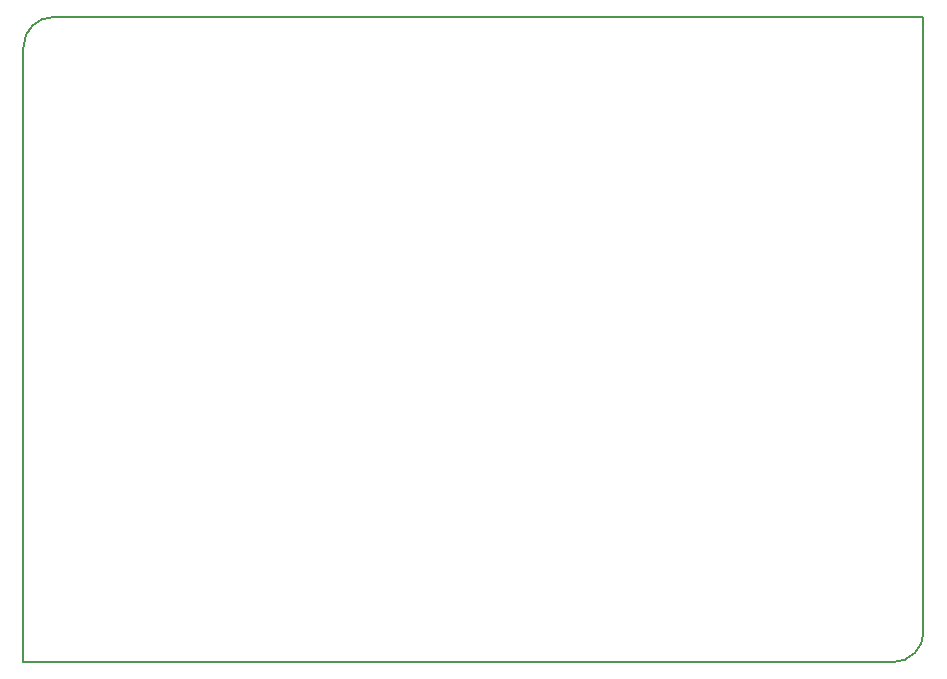
<source format=gm1>
G04 #@! TF.FileFunction,Profile,NP*
%FSLAX46Y46*%
G04 Gerber Fmt 4.6, Leading zero omitted, Abs format (unit mm)*
G04 Created by KiCad (PCBNEW 4.0.6) date Sun Sep 10 22:55:25 2017*
%MOMM*%
%LPD*%
G01*
G04 APERTURE LIST*
%ADD10C,0.100000*%
%ADD11C,0.150000*%
G04 APERTURE END LIST*
D10*
D11*
X99568000Y-78740000D02*
G75*
G03X102108000Y-76200000I0J2540000D01*
G01*
X28448000Y-24130000D02*
G75*
G03X25908000Y-26670000I0J-2540000D01*
G01*
X102108000Y-24130000D02*
X102108000Y-76200000D01*
X102108000Y-24130000D02*
X28448000Y-24130000D01*
X25908000Y-78740000D02*
X25908000Y-26670000D01*
X99568000Y-78740000D02*
X25908000Y-78740000D01*
M02*

</source>
